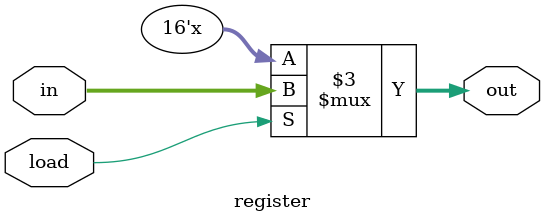
<source format=v>
module register(
    input [15:0] in,
    input load,
    output reg [15:0] out
);
    always @(in) begin   
    if(load) 
        #1 out <= in;
    else
        #1 out <= out;
    end

endmodule

</source>
